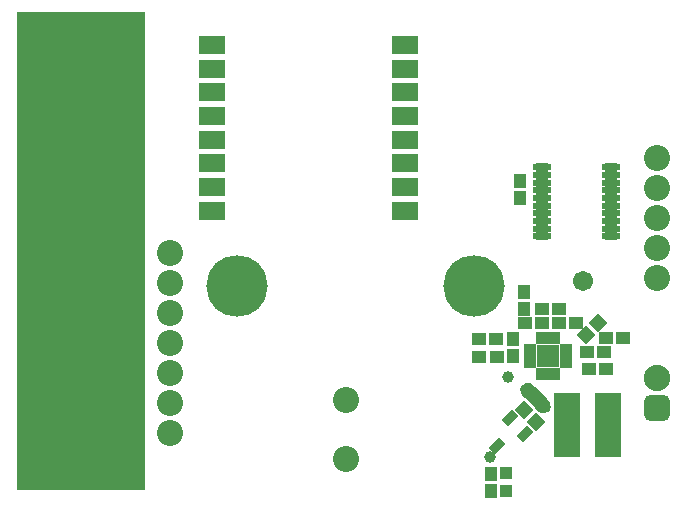
<source format=gts>
G04*
G04 #@! TF.GenerationSoftware,Altium Limited,Altium Designer,21.0.8 (223)*
G04*
G04 Layer_Color=8388736*
%FSLAX44Y44*%
%MOMM*%
G71*
G04*
G04 #@! TF.SameCoordinates,3C593E1E-8741-496A-A554-97E108CC9687*
G04*
G04*
G04 #@! TF.FilePolarity,Negative*
G04*
G01*
G75*
G04:AMPARAMS|DCode=24|XSize=1.325mm|YSize=1.25mm|CornerRadius=0mm|HoleSize=0mm|Usage=FLASHONLY|Rotation=135.000|XOffset=0mm|YOffset=0mm|HoleType=Round|Shape=Rectangle|*
%AMROTATEDRECTD24*
4,1,4,0.9104,-0.0265,0.0265,-0.9104,-0.9104,0.0265,-0.0265,0.9104,0.9104,-0.0265,0.0*
%
%ADD24ROTATEDRECTD24*%

%ADD25R,10.9405X40.5913*%
G04:AMPARAMS|DCode=26|XSize=0.8032mm|YSize=1.2032mm|CornerRadius=0mm|HoleSize=0mm|Usage=FLASHONLY|Rotation=315.000|XOffset=0mm|YOffset=0mm|HoleType=Round|Shape=Rectangle|*
%AMROTATEDRECTD26*
4,1,4,-0.7094,-0.1414,0.1414,0.7094,0.7094,0.1414,-0.1414,-0.7094,-0.7094,-0.1414,0.0*
%
%ADD26ROTATEDRECTD26*%

%ADD27R,1.1032X1.1532*%
G04:AMPARAMS|DCode=28|XSize=1.1032mm|YSize=1.1532mm|CornerRadius=0mm|HoleSize=0mm|Usage=FLASHONLY|Rotation=45.000|XOffset=0mm|YOffset=0mm|HoleType=Round|Shape=Rectangle|*
%AMROTATEDRECTD28*
4,1,4,0.0177,-0.7978,-0.7978,0.0177,-0.0177,0.7978,0.7978,-0.0177,0.0177,-0.7978,0.0*
%
%ADD28ROTATEDRECTD28*%

%ADD29R,1.0032X1.0032*%
%ADD30R,1.1532X1.1032*%
%ADD31R,2.2032X5.5032*%
%ADD32R,1.9532X1.9532*%
%ADD33R,0.5032X1.0032*%
%ADD34R,1.0032X0.5032*%
G04:AMPARAMS|DCode=35|XSize=0.7032mm|YSize=0.7032mm|CornerRadius=0.3516mm|HoleSize=0mm|Usage=FLASHONLY|Rotation=45.000|XOffset=0mm|YOffset=0mm|HoleType=Round|Shape=RoundedRectangle|*
%AMROUNDEDRECTD35*
21,1,0.7032,0.0000,0,0,45.0*
21,1,0.0000,0.7032,0,0,45.0*
1,1,0.7032,0.0000,0.0000*
1,1,0.7032,0.0000,0.0000*
1,1,0.7032,0.0000,0.0000*
1,1,0.7032,0.0000,0.0000*
%
%ADD35ROUNDEDRECTD35*%
%ADD36C,1.7032*%
%ADD37R,2.2032X1.5032*%
%ADD38O,1.6032X0.6532*%
G04:AMPARAMS|DCode=39|XSize=1.1032mm|YSize=1.1532mm|CornerRadius=0mm|HoleSize=0mm|Usage=FLASHONLY|Rotation=135.000|XOffset=0mm|YOffset=0mm|HoleType=Round|Shape=Rectangle|*
%AMROTATEDRECTD39*
4,1,4,0.7978,0.0177,-0.0177,-0.7978,-0.7978,-0.0177,0.0177,0.7978,0.7978,0.0177,0.0*
%
%ADD39ROTATEDRECTD39*%

%ADD40C,1.0000*%
%ADD41C,2.2032*%
G04:AMPARAMS|DCode=42|XSize=2.2352mm|YSize=2.2352mm|CornerRadius=0.6096mm|HoleSize=0mm|Usage=FLASHONLY|Rotation=180.000|XOffset=0mm|YOffset=0mm|HoleType=Round|Shape=RoundedRectangle|*
%AMROUNDEDRECTD42*
21,1,2.2352,1.0160,0,0,180.0*
21,1,1.0160,2.2352,0,0,180.0*
1,1,1.2192,-0.5080,0.5080*
1,1,1.2192,0.5080,0.5080*
1,1,1.2192,0.5080,-0.5080*
1,1,1.2192,-0.5080,-0.5080*
%
%ADD42ROUNDEDRECTD42*%
%ADD43C,2.2352*%
%ADD44C,5.2032*%
%ADD45C,1.0032*%
G36*
X415966Y159526D02*
X415966D01*
X418204Y159377D01*
X418317Y159362D01*
X418334Y159359D01*
X418361Y159352D01*
X418461Y159325D01*
X418582Y159275D01*
X418582Y159275D01*
X418582D01*
X420592Y158281D01*
X420592Y158281D01*
X420705Y158215D01*
X420757Y158175D01*
X420809Y158135D01*
X420855Y158089D01*
X420902Y158042D01*
X421618Y157223D01*
X423186Y155656D01*
Y155656D01*
X423186D01*
X423191Y155650D01*
X423272Y155558D01*
X423345Y155449D01*
X423345Y155449D01*
D01*
X423346Y155445D01*
X423403Y155331D01*
X423445Y155207D01*
X423471Y155078D01*
X423479Y154948D01*
X423471Y154817D01*
X423445Y154688D01*
X423403Y154564D01*
X423345Y154447D01*
D01*
X423345Y154446D01*
X423308Y154392D01*
X423272Y154338D01*
X423186Y154239D01*
X423186D01*
Y154239D01*
X415761Y146814D01*
X415662Y146728D01*
X415554Y146655D01*
X415436Y146597D01*
X415312Y146555D01*
X415183Y146529D01*
X415052Y146521D01*
X414930Y146529D01*
X414922Y146529D01*
X414896Y146535D01*
X414793Y146555D01*
X414669Y146597D01*
X414551Y146655D01*
X414442Y146728D01*
X414344Y146814D01*
Y146814D01*
X414344D01*
X412961Y148198D01*
X412115Y148908D01*
X412114Y148908D01*
X412020Y148999D01*
X411974Y149056D01*
X411938Y149101D01*
X411897Y149169D01*
X411870Y149213D01*
X410811Y151251D01*
X410758Y151371D01*
X410730Y151468D01*
X410721Y151496D01*
X410701Y151626D01*
X410503Y153913D01*
X410503Y153916D01*
X410500Y154045D01*
X410514Y154175D01*
X410545Y154302D01*
X411237Y156492D01*
X411285Y156614D01*
X411307Y156655D01*
X411348Y156729D01*
X411425Y156834D01*
X412164Y157713D01*
X412171Y157721D01*
X412178Y157730D01*
X412201Y157753D01*
X412222Y157778D01*
X412239Y157792D01*
X412254Y157808D01*
X412263Y157815D01*
X412271Y157823D01*
X413115Y158561D01*
X413219Y158641D01*
X413333Y158707D01*
X413454Y158757D01*
X415578Y159475D01*
X415578Y159475D01*
X415705Y159509D01*
X415766Y159517D01*
X415835Y159526D01*
X415966Y159526D01*
D02*
G37*
G36*
X431623Y146925D02*
X431752Y146900D01*
X431876Y146858D01*
X431994Y146800D01*
X432103Y146727D01*
X432201Y146641D01*
X433585Y145257D01*
X434430Y144547D01*
X434431Y144547D01*
X434525Y144456D01*
X434571Y144399D01*
X434607Y144354D01*
X434648Y144286D01*
X434675Y144242D01*
X435734Y142204D01*
X435787Y142084D01*
X435815Y141987D01*
X435824Y141959D01*
X435844Y141829D01*
X436042Y139541D01*
X436042Y139539D01*
X436045Y139410D01*
X436031Y139280D01*
X436000Y139153D01*
X435308Y136963D01*
X435260Y136841D01*
X435238Y136800D01*
X435197Y136726D01*
X435120Y136621D01*
X434381Y135742D01*
X434374Y135734D01*
X434367Y135724D01*
X434344Y135702D01*
X434323Y135677D01*
X434306Y135662D01*
X434291Y135647D01*
X434282Y135640D01*
X434274Y135632D01*
X433430Y134893D01*
X433326Y134814D01*
X433212Y134748D01*
X433091Y134698D01*
X430967Y133980D01*
X430967Y133980D01*
X430840Y133946D01*
X430779Y133938D01*
X430710Y133929D01*
X430579Y133929D01*
X430579D01*
X428341Y134078D01*
X428228Y134093D01*
X428211Y134096D01*
X428184Y134103D01*
X428085Y134130D01*
X427964Y134180D01*
X427963Y134180D01*
X427963D01*
X425953Y135174D01*
X425953Y135174D01*
X425840Y135240D01*
X425788Y135280D01*
X425736Y135320D01*
X425690Y135366D01*
X425643Y135413D01*
X424927Y136231D01*
X423359Y137799D01*
X423319Y137845D01*
X423273Y137897D01*
X423200Y138006D01*
X423142Y138124D01*
X423100Y138248D01*
X423074Y138377D01*
X423066Y138507D01*
Y138507D01*
D01*
X423066Y138516D01*
X423074Y138638D01*
X423100Y138767D01*
X423142Y138891D01*
X423200Y139009D01*
X423273Y139117D01*
X423313Y139164D01*
X423359Y139216D01*
X423360Y139216D01*
X430784Y146641D01*
X430883Y146727D01*
X430992Y146800D01*
X431109Y146858D01*
X431233Y146900D01*
X431362Y146925D01*
X431493Y146934D01*
X431623Y146925D01*
D02*
G37*
D24*
X423449Y146551D02*
D03*
D25*
X38453Y271043D02*
D03*
D26*
X391044Y106062D02*
D03*
X401297Y129750D02*
D03*
X414732Y116315D02*
D03*
D27*
X385369Y68069D02*
D03*
Y82569D02*
D03*
X413750Y222500D02*
D03*
X413750Y237000D02*
D03*
X404000Y196750D02*
D03*
Y182250D02*
D03*
X410000Y330250D02*
D03*
X410000Y315750D02*
D03*
D28*
X423627Y126623D02*
D03*
X413373Y136876D02*
D03*
D29*
X398206Y68265D02*
D03*
Y83265D02*
D03*
D30*
X467000Y186000D02*
D03*
X481500D02*
D03*
X375773Y181338D02*
D03*
X390273D02*
D03*
X375543Y197027D02*
D03*
X390043D02*
D03*
X414261Y210463D02*
D03*
X428761D02*
D03*
X457750Y210500D02*
D03*
X443250D02*
D03*
X482690Y197472D02*
D03*
X497190Y197472D02*
D03*
X443000Y222500D02*
D03*
X428500D02*
D03*
X468250Y171750D02*
D03*
X482750D02*
D03*
D31*
X484750Y124250D02*
D03*
X449750D02*
D03*
D32*
X433750Y182250D02*
D03*
D33*
X441250Y167250D02*
D03*
X436250D02*
D03*
X431250D02*
D03*
X426250Y167250D02*
D03*
Y197250D02*
D03*
X431250D02*
D03*
X436250D02*
D03*
X441250D02*
D03*
D34*
X418750Y174750D02*
D03*
X418750Y179750D02*
D03*
Y184750D02*
D03*
X418750Y189750D02*
D03*
X448750D02*
D03*
Y184750D02*
D03*
Y179750D02*
D03*
Y174750D02*
D03*
D35*
X415936Y154064D02*
D03*
X423007Y146993D02*
D03*
X430962Y139038D02*
D03*
D36*
X463607Y246179D02*
D03*
D37*
X312750Y305500D02*
D03*
X312750Y325500D02*
D03*
Y345500D02*
D03*
X312750Y365500D02*
D03*
X312750Y385500D02*
D03*
X312750Y405500D02*
D03*
Y425500D02*
D03*
Y445500D02*
D03*
X149000D02*
D03*
Y425500D02*
D03*
Y405500D02*
D03*
Y385500D02*
D03*
Y365500D02*
D03*
Y345500D02*
D03*
Y325500D02*
D03*
Y305500D02*
D03*
D38*
X487500Y283750D02*
D03*
Y290250D02*
D03*
Y296750D02*
D03*
Y303250D02*
D03*
Y309750D02*
D03*
Y316250D02*
D03*
Y322750D02*
D03*
Y329250D02*
D03*
Y335750D02*
D03*
Y342250D02*
D03*
X428500Y283750D02*
D03*
Y290250D02*
D03*
Y296750D02*
D03*
Y303250D02*
D03*
Y309750D02*
D03*
Y316250D02*
D03*
Y322750D02*
D03*
Y329250D02*
D03*
Y335750D02*
D03*
Y342250D02*
D03*
D39*
X476049Y210028D02*
D03*
X465796Y199775D02*
D03*
D40*
X11767Y314557D02*
X81880D01*
X11767Y239557D02*
X81880D01*
X11524Y139800D02*
X11767Y139557D01*
X11524Y239800D02*
X11767Y239557D01*
Y252057D02*
X81880D01*
X11767Y139557D02*
X81880D01*
X11767Y214557D02*
X81880D01*
X11767Y202057D02*
X81880D01*
X11767Y177057D02*
X81880D01*
X11524Y252300D02*
X11767Y252057D01*
X11524Y214800D02*
X11767Y214557D01*
X11524Y202300D02*
X11767Y202057D01*
X11524Y339800D02*
X11767Y339557D01*
X11524Y177300D02*
X11767Y177057D01*
X11524Y189800D02*
X11767Y189557D01*
X11524Y227300D02*
X11767Y227057D01*
X11524Y277300D02*
X11767Y277057D01*
X11524Y164800D02*
X11767Y164557D01*
X11524Y152300D02*
X11767Y152057D01*
Y227057D02*
X81880D01*
X11767Y339557D02*
X81880D01*
X11767Y289557D02*
X81880D01*
X11767Y189557D02*
X81880D01*
X11767Y277057D02*
X81880D01*
X11767Y164557D02*
X81880D01*
X11767Y152057D02*
X81880D01*
X11524Y289800D02*
X11767Y289557D01*
X11524Y264800D02*
X11767Y264557D01*
X81880D01*
X11524Y314800D02*
X11767Y314557D01*
X11524Y327300D02*
X11767Y327057D01*
X81880D01*
X11524Y352300D02*
X11767Y352057D01*
X81880D01*
X11524Y302300D02*
X11767Y302057D01*
X81880D01*
X11566Y126597D02*
X11657Y126688D01*
X81584D01*
X81724Y126829D01*
X10894Y377243D02*
X11137Y377000D01*
X10894Y364743D02*
X11137Y364500D01*
X81250D01*
D41*
X262750Y145250D02*
D03*
Y95250D02*
D03*
X525750Y248600D02*
D03*
Y274000D02*
D03*
Y299400D02*
D03*
Y324800D02*
D03*
Y350200D02*
D03*
X114000Y269400D02*
D03*
Y244000D02*
D03*
Y218600D02*
D03*
Y193200D02*
D03*
Y167800D02*
D03*
Y142400D02*
D03*
Y117000D02*
D03*
D42*
X526250Y138550D02*
D03*
D43*
Y163950D02*
D03*
D44*
X370840Y241300D02*
D03*
X170180D02*
D03*
D45*
X399658Y164536D02*
D03*
X384500Y96500D02*
D03*
M02*

</source>
